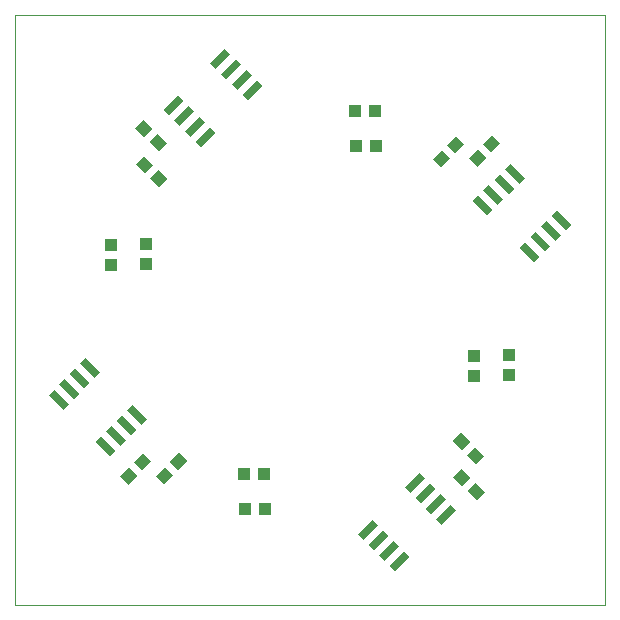
<source format=gtp>
G75*
G70*
%OFA0B0*%
%FSLAX24Y24*%
%IPPOS*%
%LPD*%
%AMOC8*
5,1,8,0,0,1.08239X$1,22.5*
%
%ADD10C,0.0000*%
%ADD11R,0.0689X0.0256*%
%ADD12R,0.0433X0.0394*%
%ADD13R,0.0394X0.0433*%
D10*
X000181Y000181D02*
X000181Y019866D01*
X019866Y019866D01*
X019866Y000181D01*
X000181Y000181D01*
D11*
G36*
X003355Y005144D02*
X002870Y005629D01*
X003051Y005810D01*
X003536Y005325D01*
X003355Y005144D01*
G37*
G36*
X003708Y005497D02*
X003223Y005982D01*
X003404Y006163D01*
X003889Y005678D01*
X003708Y005497D01*
G37*
G36*
X004062Y005851D02*
X003577Y006336D01*
X003758Y006517D01*
X004243Y006032D01*
X004062Y005851D01*
G37*
G36*
X004415Y006204D02*
X003930Y006689D01*
X004111Y006870D01*
X004596Y006385D01*
X004415Y006204D01*
G37*
G36*
X002856Y007763D02*
X002371Y008248D01*
X002552Y008429D01*
X003037Y007944D01*
X002856Y007763D01*
G37*
G36*
X002503Y007410D02*
X002018Y007895D01*
X002199Y008076D01*
X002684Y007591D01*
X002503Y007410D01*
G37*
G36*
X002149Y007056D02*
X001664Y007541D01*
X001845Y007722D01*
X002330Y007237D01*
X002149Y007056D01*
G37*
G36*
X001796Y006703D02*
X001311Y007188D01*
X001492Y007369D01*
X001977Y006884D01*
X001796Y006703D01*
G37*
G36*
X006204Y015633D02*
X006689Y016118D01*
X006870Y015937D01*
X006385Y015452D01*
X006204Y015633D01*
G37*
G36*
X005851Y015986D02*
X006336Y016471D01*
X006517Y016290D01*
X006032Y015805D01*
X005851Y015986D01*
G37*
G36*
X005497Y016340D02*
X005982Y016825D01*
X006163Y016644D01*
X005678Y016159D01*
X005497Y016340D01*
G37*
G36*
X005144Y016693D02*
X005629Y017178D01*
X005810Y016997D01*
X005325Y016512D01*
X005144Y016693D01*
G37*
G36*
X006703Y018252D02*
X007188Y018737D01*
X007369Y018556D01*
X006884Y018071D01*
X006703Y018252D01*
G37*
G36*
X007056Y017899D02*
X007541Y018384D01*
X007722Y018203D01*
X007237Y017718D01*
X007056Y017899D01*
G37*
G36*
X007410Y017545D02*
X007895Y018030D01*
X008076Y017849D01*
X007591Y017364D01*
X007410Y017545D01*
G37*
G36*
X007763Y017192D02*
X008248Y017677D01*
X008429Y017496D01*
X007944Y017011D01*
X007763Y017192D01*
G37*
G36*
X015633Y013844D02*
X016118Y013359D01*
X015937Y013178D01*
X015452Y013663D01*
X015633Y013844D01*
G37*
G36*
X015986Y014197D02*
X016471Y013712D01*
X016290Y013531D01*
X015805Y014016D01*
X015986Y014197D01*
G37*
G36*
X016340Y014551D02*
X016825Y014066D01*
X016644Y013885D01*
X016159Y014370D01*
X016340Y014551D01*
G37*
G36*
X016693Y014904D02*
X017178Y014419D01*
X016997Y014238D01*
X016512Y014723D01*
X016693Y014904D01*
G37*
G36*
X018252Y013345D02*
X018737Y012860D01*
X018556Y012679D01*
X018071Y013164D01*
X018252Y013345D01*
G37*
G36*
X017899Y012992D02*
X018384Y012507D01*
X018203Y012326D01*
X017718Y012811D01*
X017899Y012992D01*
G37*
G36*
X017545Y012638D02*
X018030Y012153D01*
X017849Y011972D01*
X017364Y012457D01*
X017545Y012638D01*
G37*
G36*
X017192Y012285D02*
X017677Y011800D01*
X017496Y011619D01*
X017011Y012104D01*
X017192Y012285D01*
G37*
G36*
X013844Y004415D02*
X013359Y003930D01*
X013178Y004111D01*
X013663Y004596D01*
X013844Y004415D01*
G37*
G36*
X014197Y004062D02*
X013712Y003577D01*
X013531Y003758D01*
X014016Y004243D01*
X014197Y004062D01*
G37*
G36*
X014551Y003708D02*
X014066Y003223D01*
X013885Y003404D01*
X014370Y003889D01*
X014551Y003708D01*
G37*
G36*
X014904Y003355D02*
X014419Y002870D01*
X014238Y003051D01*
X014723Y003536D01*
X014904Y003355D01*
G37*
G36*
X013345Y001796D02*
X012860Y001311D01*
X012679Y001492D01*
X013164Y001977D01*
X013345Y001796D01*
G37*
G36*
X012992Y002149D02*
X012507Y001664D01*
X012326Y001845D01*
X012811Y002330D01*
X012992Y002149D01*
G37*
G36*
X012638Y002503D02*
X012153Y002018D01*
X011972Y002199D01*
X012457Y002684D01*
X012638Y002503D01*
G37*
G36*
X012285Y002856D02*
X011800Y002371D01*
X011619Y002552D01*
X012104Y003037D01*
X012285Y002856D01*
G37*
D12*
G36*
X015099Y004153D02*
X014794Y004458D01*
X015073Y004737D01*
X015378Y004432D01*
X015099Y004153D01*
G37*
G36*
X015573Y003680D02*
X015268Y003985D01*
X015547Y004264D01*
X015852Y003959D01*
X015573Y003680D01*
G37*
G36*
X015550Y004883D02*
X015245Y005188D01*
X015524Y005467D01*
X015829Y005162D01*
X015550Y004883D01*
G37*
G36*
X015077Y005357D02*
X014772Y005662D01*
X015051Y005941D01*
X015356Y005636D01*
X015077Y005357D01*
G37*
X015481Y007815D03*
X015481Y008485D03*
X016662Y008516D03*
X016662Y007847D03*
G36*
X015895Y015099D02*
X015590Y014794D01*
X015311Y015073D01*
X015616Y015378D01*
X015895Y015099D01*
G37*
G36*
X016368Y015573D02*
X016063Y015268D01*
X015784Y015547D01*
X016089Y015852D01*
X016368Y015573D01*
G37*
G36*
X015164Y015550D02*
X014859Y015245D01*
X014580Y015524D01*
X014885Y015829D01*
X015164Y015550D01*
G37*
G36*
X014691Y015077D02*
X014386Y014772D01*
X014107Y015051D01*
X014412Y015356D01*
X014691Y015077D01*
G37*
G36*
X004971Y014691D02*
X005276Y014386D01*
X004997Y014107D01*
X004692Y014412D01*
X004971Y014691D01*
G37*
G36*
X004497Y015164D02*
X004802Y014859D01*
X004523Y014580D01*
X004218Y014885D01*
X004497Y015164D01*
G37*
G36*
X004948Y015895D02*
X005253Y015590D01*
X004974Y015311D01*
X004669Y015616D01*
X004948Y015895D01*
G37*
G36*
X004475Y016368D02*
X004780Y016063D01*
X004501Y015784D01*
X004196Y016089D01*
X004475Y016368D01*
G37*
X004567Y012233D03*
X004567Y011563D03*
X003386Y011532D03*
X003386Y012201D03*
G36*
X004153Y004948D02*
X004458Y005253D01*
X004737Y004974D01*
X004432Y004669D01*
X004153Y004948D01*
G37*
G36*
X003680Y004475D02*
X003985Y004780D01*
X004264Y004501D01*
X003959Y004196D01*
X003680Y004475D01*
G37*
G36*
X004883Y004497D02*
X005188Y004802D01*
X005467Y004523D01*
X005162Y004218D01*
X004883Y004497D01*
G37*
G36*
X005357Y004971D02*
X005662Y005276D01*
X005941Y004997D01*
X005636Y004692D01*
X005357Y004971D01*
G37*
D13*
X007815Y004567D03*
X008485Y004567D03*
X008516Y003386D03*
X007847Y003386D03*
X011563Y015481D03*
X012233Y015481D03*
X012201Y016662D03*
X011532Y016662D03*
M02*

</source>
